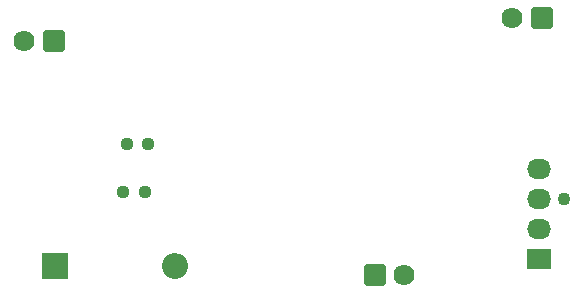
<source format=gbr>
%TF.GenerationSoftware,KiCad,Pcbnew,8.0.1*%
%TF.CreationDate,2024-04-05T19:32:32+05:30*%
%TF.ProjectId,TinyDrone,54696e79-4472-46f6-9e65-2e6b69636164,rev?*%
%TF.SameCoordinates,Original*%
%TF.FileFunction,Soldermask,Bot*%
%TF.FilePolarity,Negative*%
%FSLAX46Y46*%
G04 Gerber Fmt 4.6, Leading zero omitted, Abs format (unit mm)*
G04 Created by KiCad (PCBNEW 8.0.1) date 2024-04-05 19:32:32*
%MOMM*%
%LPD*%
G01*
G04 APERTURE LIST*
G04 Aperture macros list*
%AMRoundRect*
0 Rectangle with rounded corners*
0 $1 Rounding radius*
0 $2 $3 $4 $5 $6 $7 $8 $9 X,Y pos of 4 corners*
0 Add a 4 corners polygon primitive as box body*
4,1,4,$2,$3,$4,$5,$6,$7,$8,$9,$2,$3,0*
0 Add four circle primitives for the rounded corners*
1,1,$1+$1,$2,$3*
1,1,$1+$1,$4,$5*
1,1,$1+$1,$6,$7*
1,1,$1+$1,$8,$9*
0 Add four rect primitives between the rounded corners*
20,1,$1+$1,$2,$3,$4,$5,0*
20,1,$1+$1,$4,$5,$6,$7,0*
20,1,$1+$1,$6,$7,$8,$9,0*
20,1,$1+$1,$8,$9,$2,$3,0*%
G04 Aperture macros list end*
%ADD10RoundRect,0.102000X-0.787500X-0.787500X0.787500X-0.787500X0.787500X0.787500X-0.787500X0.787500X0*%
%ADD11C,1.779000*%
%ADD12RoundRect,0.102000X0.787500X0.787500X-0.787500X0.787500X-0.787500X-0.787500X0.787500X-0.787500X0*%
%ADD13RoundRect,0.237500X0.250000X0.237500X-0.250000X0.237500X-0.250000X-0.237500X0.250000X-0.237500X0*%
%ADD14C,1.100000*%
%ADD15R,2.030000X1.730000*%
%ADD16O,2.030000X1.730000*%
%ADD17R,2.200000X2.200000*%
%ADD18O,2.200000X2.200000*%
G04 APERTURE END LIST*
D10*
%TO.C,J1*%
X126090000Y-79020000D03*
D11*
X123590000Y-79020000D03*
%TD*%
D10*
%TO.C,J3*%
X84800000Y-80980000D03*
D11*
X82300000Y-80980000D03*
%TD*%
D12*
%TO.C,J2*%
X111960000Y-100765000D03*
D11*
X114460000Y-100765000D03*
%TD*%
D13*
%TO.C,R1*%
X92792500Y-89690000D03*
X90967500Y-89690000D03*
%TD*%
D14*
%TO.C,J5*%
X128010000Y-94350000D03*
D15*
X125850000Y-99430000D03*
D16*
X125850000Y-96890000D03*
X125850000Y-94350000D03*
X125850000Y-91810000D03*
%TD*%
D13*
%TO.C,R2*%
X92482500Y-93740000D03*
X90657500Y-93740000D03*
%TD*%
D17*
%TO.C,D1*%
X84910000Y-100050000D03*
D18*
X95070000Y-100050000D03*
%TD*%
M02*

</source>
